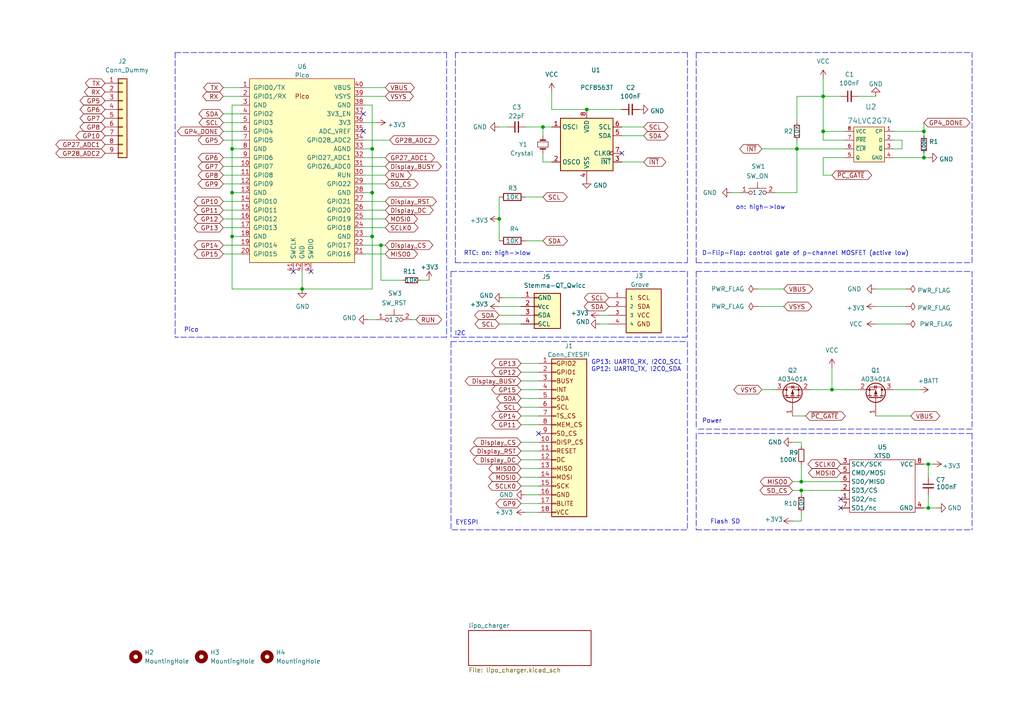
<source format=kicad_sch>
(kicad_sch (version 20230121) (generator eeschema)
  (paper "A4")
  (title_block (title "pico-app-base") (date "2024-06-20") (rev "0.91") (company "Bernhard Bablok") (comment 1 "https://github.com/bablokb/pcb-pico-app-base"))
  (lib_symbols
    (symbol "Connector_Generic:Conn_01x09" (pin_names (offset 1.016) hide)
      (property "Reference" "J" (at 0 12.7 0))
      (property "Value" "Conn_01x09" (at 0 -12.7 0))
      (symbol "Conn_01x09_1_1"
        (pin passive line (at -5.08 10.16 0) (length 3.81) (name "Pin_1") (number "1"))
        (pin passive line (at -5.08 7.62 0) (length 3.81) (name "Pin_2") (number "2"))
        (pin passive line (at -5.08 5.08 0) (length 3.81) (name "Pin_3") (number "3"))
        (pin passive line (at -5.08 2.54 0) (length 3.81) (name "Pin_4") (number "4"))
        (pin passive line (at -5.08 0 0) (length 3.81) (name "Pin_5") (number "5"))
        (pin passive line (at -5.08 -2.54 0) (length 3.81) (name "Pin_6") (number "6"))
        (pin passive line (at -5.08 -5.08 0) (length 3.81) (name "Pin_7") (number "7"))
        (pin passive line (at -5.08 -7.62 0) (length 3.81) (name "Pin_8") (number "8"))
        (pin passive line (at -5.08 -10.16 0) (length 3.81) (name "Pin_9") (number "9"))
      )
    )
    (symbol "Device:C_Small" (pin_numbers hide) (pin_names (offset 0.254) hide)
      (property "Reference" "C" (at 0.254 1.778 0))
      (property "Value" "C_Small" (at 0.254 -2.032 0))
      (symbol "C_Small_1_1"
        (pin passive line (at 0 2.54 270) (length 2.032) (name "~") (number "1"))
        (pin passive line (at 0 -2.54 90) (length 2.032) (name "~") (number "2"))
      )
    )
    (symbol "Device:Crystal_Small" (pin_numbers hide) (pin_names (offset 1.016) hide)
      (property "Reference" "Y" (at 0 2.54 0))
      (property "Value" "Crystal_Small" (at 0 -2.54 0))
      (symbol "Crystal_Small_1_1"
        (pin passive line (at -2.54 0 0) (length 1.27) (name "1") (number "1"))
        (pin passive line (at 2.54 0 180) (length 1.27) (name "2") (number "2"))
      )
    )
    (symbol "Device:R" (pin_numbers hide) (pin_names (offset 0))
      (property "Reference" "R" (at 2.032 0 90))
      (property "Value" "R" (at 0 0 90))
      (symbol "R_1_1"
        (pin passive line (at 0 3.81 270) (length 1.27) (name "~") (number "1"))
        (pin passive line (at 0 -3.81 90) (length 1.27) (name "~") (number "2"))
      )
    )
    (symbol "Device:R_Small" (pin_numbers hide) (pin_names (offset 0.254) hide)
      (property "Reference" "R" (at 0.762 0.508 0))
      (property "Value" "R_Small" (at 0.762 -1.016 0))
      (symbol "R_Small_1_1"
        (pin passive line (at 0 2.54 270) (length 0.762) (name "~") (number "1"))
        (pin passive line (at 0 -2.54 90) (length 0.762) (name "~") (number "2"))
      )
    )
    (symbol "Mechanical:MountingHole" (pin_names (offset 1.016))
      (property "Reference" "H" (at 0 5.08 0))
      (property "Value" "MountingHole" (at 0 3.175 0))
    )
    (symbol "Timer_RTC:PCF8563T"
      (property "Reference" "U" (at -7.62 8.89 0))
      (property "Value" "PCF8563T" (at 2.54 8.89 0))
      (symbol "PCF8563T_1_1"
        (pin input line (at -10.16 5.08 0) (length 2.54) (name "OSCI") (number "1"))
        (pin output line (at -10.16 -5.08 0) (length 2.54) (name "OSCO") (number "2"))
        (pin output line (at 10.16 -5.08 180) (length 2.54) (name "~{INT}") (number "3"))
        (pin power_in line (at 0 -10.16 90) (length 2.54) (name "VSS") (number "4"))
        (pin bidirectional line (at 10.16 2.54 180) (length 2.54) (name "SDA") (number "5"))
        (pin input line (at 10.16 5.08 180) (length 2.54) (name "SCL") (number "6"))
        (pin output clock (at 10.16 -2.54 180) (length 2.54) (name "CLKO") (number "7"))
        (pin power_in line (at 0 10.16 270) (length 2.54) (name "VDD") (number "8"))
      )
    )
    (symbol "Transistor_FET:AO3401A" (pin_names hide)
      (property "Reference" "Q" (at 5.08 1.905 0))
      (property "Value" "AO3401A" (at 5.08 0 0))
      (symbol "AO3401A_1_1"
        (pin input line (at -5.08 0 0) (length 2.54) (name "G") (number "1"))
        (pin passive line (at 2.54 -5.08 90) (length 2.54) (name "S") (number "2"))
        (pin passive line (at 2.54 5.08 270) (length 2.54) (name "D") (number "3"))
      )
    )
    (symbol "power:+3V3" (power) (pin_names (offset 0))
      (property "Value" "+3V3" (at 0 3.556 0))
      (symbol "+3V3_1_1"
        (pin power_in line (at 0 0 90) (length 0) hide (name "+3V3") (number "1"))
      )
    )
    (symbol "power:+BATT" (power) (pin_names (offset 0))
      (property "Value" "+BATT" (at 0 3.556 0))
      (symbol "+BATT_1_1"
        (pin power_in line (at 0 0 90) (length 0) hide (name "+BATT") (number "1"))
      )
    )
    (symbol "power:GND" (power) (pin_names (offset 0))
      (property "Value" "GND" (at 0 -3.81 0))
      (symbol "GND_1_1"
        (pin power_in line (at 0 0 270) (length 0) hide (name "GND") (number "1"))
      )
    )
    (symbol "power:PWR_FLAG" (power) (pin_numbers hide) (pin_names (offset 0) hide)
      (property "Value" "PWR_FLAG" (at 0 3.81 0))
      (symbol "PWR_FLAG_0_0"
        (pin power_out line (at 0 0 90) (length 0) (name "pwr") (number "1"))
      )
    )
    (symbol "power:VCC" (power) (pin_names (offset 0))
      (property "Value" "VCC" (at 0 3.81 0))
      (symbol "VCC_1_1"
        (pin power_in line (at 0 0 90) (length 0) hide (name "VCC") (number "1"))
      )
    )
    (symbol "user:74LVC2G74"
      (property "Reference" "U" (at 1.27 11.43 0))
      (property "Value" "74LVC2G74" (at 1.27 -3.81 0))
      (symbol "74LVC2G74_1_1"
        (pin input line (at -5.08 8.89 0) (length 2.54) (name "CP") (number "1"))
        (pin input line (at -5.08 6.35 0) (length 2.54) (name "D") (number "2"))
        (pin output line (at -5.08 3.81 0) (length 2.54) (name "~{Q}") (number "3"))
        (pin power_in line (at -5.08 1.27 0) (length 2.54) (name "GND") (number "4"))
        (pin output line (at 8.89 1.27 180) (length 2.54) (name "Q") (number "5"))
        (pin input line (at 8.89 3.81 180) (length 2.54) (name "~{CLR}") (number "6"))
        (pin input line (at 8.89 6.35 180) (length 2.54) (name "~{PRE}") (number "7"))
        (pin power_in line (at 8.89 8.89 180) (length 2.54) (name "VCC") (number "8"))
      )
    )
    (symbol "user:Conn_EYESPI" (pin_names (offset 1.016) hide)
      (property "Reference" "J" (at 1.27 24.13 0))
      (property "Value" "Conn_EYESPI" (at 2.54 -25.4 0))
      (symbol "Conn_EYESPI_1_1"
        (text "BLITE" (at 0 -19.05 0) (effects (font (size 1.27 1.27)) (justify left)))
        (text "BUSY" (at 0 16.51 0) (effects (font (size 1.27 1.27)) (justify left)))
        (text "DC" (at 0 -6.35 0) (effects (font (size 1.27 1.27)) (justify left)))
        (text "DISP_CS" (at 0 -1.27 0) (effects (font (size 1.27 1.27)) (justify left)))
        (text "GND" (at 0 -16.51 0) (effects (font (size 1.27 1.27)) (justify left)))
        (text "GPIO1" (at 0 19.05 0) (effects (font (size 1.27 1.27)) (justify left)))
        (text "GPIO2" (at 0 21.59 0) (effects (font (size 1.27 1.27)) (justify left)))
        (text "INT" (at 0 13.97 0) (effects (font (size 1.27 1.27)) (justify left)))
        (text "MEM_CS" (at 0 3.81 0) (effects (font (size 1.27 1.27)) (justify left)))
        (text "MISO" (at 0 -8.89 0) (effects (font (size 1.27 1.27)) (justify left)))
        (text "MOSI" (at 0 -11.43 0) (effects (font (size 1.27 1.27)) (justify left)))
        (text "RESET" (at 0 -3.81 0) (effects (font (size 1.27 1.27)) (justify left)))
        (text "SCK" (at 0 -13.97 0) (effects (font (size 1.27 1.27)) (justify left)))
        (text "SCL" (at 0 8.89 0) (effects (font (size 1.27 1.27)) (justify left)))
        (text "SD_CS" (at 0 1.27 0) (effects (font (size 1.27 1.27)) (justify left)))
        (text "SDA" (at 0 11.43 0) (effects (font (size 1.27 1.27)) (justify left)))
        (text "TS_CS" (at 0 6.35 0) (effects (font (size 1.27 1.27)) (justify left)))
        (text "VCC" (at 0 -21.59 0) (effects (font (size 1.27 1.27)) (justify left)))
        (pin passive line (at -5.08 21.59 0) (length 3.81) (name "Pin_1") (number "1"))
        (pin passive line (at -5.08 -1.27 0) (length 3.81) (name "Pin_10") (number "10"))
        (pin passive line (at -5.08 -3.81 0) (length 3.81) (name "Pin_11") (number "11"))
        (pin passive line (at -5.08 -6.35 0) (length 3.81) (name "Pin_12") (number "12"))
        (pin passive line (at -5.08 -8.89 0) (length 3.81) (name "Pin_13") (number "13"))
        (pin passive line (at -5.08 -11.43 0) (length 3.81) (name "Pin_14") (number "14"))
        (pin passive line (at -5.08 -13.97 0) (length 3.81) (name "Pin_15") (number "15"))
        (pin passive line (at -5.08 -16.51 0) (length 3.81) (name "Pin_16") (number "16"))
        (pin passive line (at -5.08 -19.05 0) (length 3.81) (name "Pin_17") (number "17"))
        (pin passive line (at -5.08 -21.59 0) (length 3.81) (name "Pin_18") (number "18"))
        (pin passive line (at -5.08 19.05 0) (length 3.81) (name "Pin_2") (number "2"))
        (pin passive line (at -5.08 16.51 0) (length 3.81) (name "Pin_3") (number "3"))
        (pin passive line (at -5.08 13.97 0) (length 3.81) (name "Pin_4") (number "4"))
        (pin passive line (at -5.08 11.43 0) (length 3.81) (name "Pin_5") (number "5"))
        (pin passive line (at -5.08 8.89 0) (length 3.81) (name "Pin_6") (number "6"))
        (pin passive line (at -5.08 6.35 0) (length 3.81) (name "Pin_7") (number "7"))
        (pin passive line (at -5.08 3.81 0) (length 3.81) (name "Pin_8") (number "8"))
        (pin passive line (at -5.08 1.27 0) (length 3.81) (name "Pin_9") (number "9"))
      )
    )
    (symbol "user:Grove" (pin_names (offset 1.016))
      (property "Reference" "J" (at -5.08 5.842 0))
      (property "Value" "Grove" (at 3.81 -3.81 90))
      (symbol "Grove_0_0"
        (text "GND" (at 0 -5.08 0) (effects (font (size 1.27 1.27))))
        (text "SCL" (at 0 2.54 0) (effects (font (size 1.27 1.27))))
        (text "SDA" (at 0 0 0) (effects (font (size 1.27 1.27))))
        (text "VCC" (at 0 -2.54 0) (effects (font (size 1.27 1.27))))
        (pin passive line (at -10.16 2.54 0) (length 5.08) (name "1") (number "1"))
        (pin passive line (at -10.16 0 0) (length 5.08) (name "2") (number "2"))
        (pin passive line (at -10.16 -2.54 0) (length 5.08) (name "3") (number "3"))
        (pin passive line (at -10.16 -5.08 0) (length 5.08) (name "4") (number "4"))
      )
    )
    (symbol "user:Pico" (pin_names (offset 1.016))
      (property "Reference" "U" (at -13.97 27.94 0))
      (property "Value" "Pico" (at 0 19.05 0))
      (symbol "Pico_0_0"
        (text "Pico" (at 0 21.59 0) (effects (font (size 1.27 1.27))))
      )
      (symbol "Pico_1_1"
        (pin bidirectional line (at -17.78 24.13 0) (length 2.54) (name "GPIO0/TX") (number "1"))
        (pin bidirectional line (at -17.78 1.27 0) (length 2.54) (name "GPIO7") (number "10"))
        (pin bidirectional line (at -17.78 -1.27 0) (length 2.54) (name "GPIO8") (number "11"))
        (pin bidirectional line (at -17.78 -3.81 0) (length 2.54) (name "GPIO9") (number "12"))
        (pin power_in line (at -17.78 -6.35 0) (length 2.54) (name "GND") (number "13"))
        (pin bidirectional line (at -17.78 -8.89 0) (length 2.54) (name "GPIO10") (number "14"))
        (pin bidirectional line (at -17.78 -11.43 0) (length 2.54) (name "GPIO11") (number "15"))
        (pin bidirectional line (at -17.78 -13.97 0) (length 2.54) (name "GPIO12") (number "16"))
        (pin bidirectional line (at -17.78 -16.51 0) (length 2.54) (name "GPIO13") (number "17"))
        (pin power_in line (at -17.78 -19.05 0) (length 2.54) (name "GND") (number "18"))
        (pin bidirectional line (at -17.78 -21.59 0) (length 2.54) (name "GPIO14") (number "19"))
        (pin bidirectional line (at -17.78 21.59 0) (length 2.54) (name "GPIO1/RX") (number "2"))
        (pin bidirectional line (at -17.78 -24.13 0) (length 2.54) (name "GPIO15") (number "20"))
        (pin bidirectional line (at 17.78 -24.13 180) (length 2.54) (name "GPIO16") (number "21"))
        (pin bidirectional line (at 17.78 -21.59 180) (length 2.54) (name "GPIO17") (number "22"))
        (pin power_in line (at 17.78 -19.05 180) (length 2.54) (name "GND") (number "23"))
        (pin bidirectional line (at 17.78 -16.51 180) (length 2.54) (name "GPIO18") (number "24"))
        (pin bidirectional line (at 17.78 -13.97 180) (length 2.54) (name "GPIO19") (number "25"))
        (pin bidirectional line (at 17.78 -11.43 180) (length 2.54) (name "GPIO20") (number "26"))
        (pin bidirectional line (at 17.78 -8.89 180) (length 2.54) (name "GPIO21") (number "27"))
        (pin power_in line (at 17.78 -6.35 180) (length 2.54) (name "GND") (number "28"))
        (pin bidirectional line (at 17.78 -3.81 180) (length 2.54) (name "GPIO22") (number "29"))
        (pin power_in line (at -17.78 19.05 0) (length 2.54) (name "GND") (number "3"))
        (pin input line (at 17.78 -1.27 180) (length 2.54) (name "RUN") (number "30"))
        (pin bidirectional line (at 17.78 1.27 180) (length 2.54) (name "GPIO26_ADC0") (number "31"))
        (pin bidirectional line (at 17.78 3.81 180) (length 2.54) (name "GPIO27_ADC1") (number "32"))
        (pin power_in line (at 17.78 6.35 180) (length 2.54) (name "AGND") (number "33"))
        (pin bidirectional line (at 17.78 8.89 180) (length 2.54) (name "GPIO28_ADC2") (number "34"))
        (pin power_in line (at 17.78 11.43 180) (length 2.54) (name "ADC_VREF") (number "35"))
        (pin power_in line (at 17.78 13.97 180) (length 2.54) (name "3V3") (number "36"))
        (pin power_in line (at 17.78 16.51 180) (length 2.54) (name "3V3_EN") (number "37"))
        (pin power_in line (at 17.78 19.05 180) (length 2.54) (name "GND") (number "38"))
        (pin power_in line (at 17.78 21.59 180) (length 2.54) (name "VSYS") (number "39"))
        (pin bidirectional line (at -17.78 16.51 0) (length 2.54) (name "GPIO2") (number "4"))
        (pin power_in line (at 17.78 24.13 180) (length 2.54) (name "VBUS") (number "40"))
        (pin input line (at -2.54 -29.21 90) (length 2.54) (name "SWCLK") (number "41"))
        (pin power_in line (at 0 -29.21 90) (length 2.54) (name "GND") (number "42"))
        (pin bidirectional line (at 2.54 -29.21 90) (length 2.54) (name "SWDIO") (number "43"))
        (pin bidirectional line (at -17.78 13.97 0) (length 2.54) (name "GPIO3") (number "5"))
        (pin bidirectional line (at -17.78 11.43 0) (length 2.54) (name "GPIO4") (number "6"))
        (pin bidirectional line (at -17.78 8.89 0) (length 2.54) (name "GPIO5") (number "7"))
        (pin power_in line (at -17.78 6.35 0) (length 2.54) (name "GND") (number "8"))
        (pin bidirectional line (at -17.78 3.81 0) (length 2.54) (name "GPIO6") (number "9"))
      )
    )
    (symbol "user:SW_Push_Vertical" (pin_names (offset 1.016))
      (property "Reference" "SW" (at 1.27 2.54 0))
      (property "Value" "SW_Push_Vertical" (at 0 -2.54 0))
      (symbol "SW_Push_Vertical_0_1"
        (pin passive line (at -5.08 0 0) (length 2.54) (name "1") (number "1"))
        (pin passive line (at 5.08 0 180) (length 2.54) (name "2") (number "2"))
      )
    )
    (symbol "user:Stemma-QT_Qwicc" (pin_names (offset 1.016))
      (property "Reference" "J" (at 2.54 8.89 0))
      (property "Value" "Stemma-QT_Qwicc" (at 2.54 6.35 0))
      (symbol "Stemma-QT_Qwicc_1_1"
        (pin power_in line (at -5.08 2.54 0) (length 3.81) (name "GND") (number "1"))
        (pin power_in line (at -5.08 0 0) (length 3.81) (name "Vcc") (number "2"))
        (pin bidirectional line (at -5.08 -2.54 0) (length 3.81) (name "SDA") (number "3"))
        (pin bidirectional line (at -5.08 -5.08 0) (length 3.81) (name "SCL") (number "4"))
      )
    )
    (symbol "user:XTSD"
      (property "Reference" "U" (at 0 7.62 0))
      (property "Value" "XTSD" (at -6.35 -10.16 0))
      (symbol "XTSD_0_0"
        (pin output line (at -11.43 -5.08 0) (length 2.54) (name "SD2/nc") (number "1"))
        (pin input line (at -11.43 -2.54 0) (length 2.54) (name "SD3/CS") (number "2"))
        (pin input line (at -11.43 5.08 0) (length 2.54) (name "SCK/SCK") (number "3"))
        (pin power_in line (at 12.7 -7.62 180) (length 2.54) (name "GND") (number "4"))
        (pin input line (at -11.43 2.54 0) (length 2.54) (name "CMD/MOSI") (number "5"))
        (pin output line (at -11.43 0 0) (length 2.54) (name "SD0/MISO") (number "6"))
        (pin output line (at -11.43 -7.62 0) (length 2.54) (name "SD1/nc") (number "7"))
        (pin power_in line (at 12.7 5.08 180) (length 2.54) (name "VCC") (number "8"))
      )
    )
  )
  (junction (at 107.95 68.58))
  (junction (at 67.31 68.58))
  (junction (at 238.76 27.94))
  (junction (at 144.78 63.5))
  (junction (at 157.48 36.83))
  (junction (at 87.63 83.82))
  (junction (at 238.76 38.1))
  (junction (at 269.24 147.32))
  (junction (at 241.3 113.03))
  (junction (at 232.41 139.7))
  (junction (at 107.95 55.88))
  (junction (at 110.49 71.12))
  (junction (at 231.14 43.18))
  (junction (at 232.41 142.24))
  (junction (at 269.24 134.62))
  (junction (at 170.18 31.75))
  (junction (at 107.95 43.18))
  (junction (at 267.97 45.72))
  (junction (at 267.97 38.1))
  (junction (at 67.31 55.88))
  (junction (at 67.31 43.18))
  (no_connect (at 90.17 78.74))
  (no_connect (at 243.84 147.32))
  (no_connect (at 85.09 78.74))
  (no_connect (at 105.41 38.1))
  (no_connect (at 156.21 125.73))
  (no_connect (at 243.84 144.78))
  (no_connect (at 180.34 44.45))
  (no_connect (at 105.41 33.02))
  (wire (pts (xy 186.69 36.83) (xy 180.34 36.83)))
  (wire (pts (xy 152.4 148.59) (xy 156.21 148.59)))
  (wire (pts (xy 111.76 63.5) (xy 105.41 63.5)))
  (wire (pts (xy 107.95 43.18) (xy 107.95 55.88)))
  (wire (pts (xy 67.31 43.18) (xy 67.31 55.88)))
  (wire (pts (xy 64.77 66.04) (xy 69.85 66.04)))
  (polyline (pts (xy 199.39 76.2) (xy 199.39 15.24)) (stroke (width 0) (type dash)))
  (wire (pts (xy 219.71 83.82) (xy 227.33 83.82)))
  (wire (pts (xy 64.77 60.96) (xy 69.85 60.96)))
  (wire (pts (xy 105.41 55.88) (xy 107.95 55.88)))
  (wire (pts (xy 160.02 36.83) (xy 157.48 36.83)))
  (wire (pts (xy 267.97 39.37) (xy 267.97 38.1)))
  (wire (pts (xy 67.31 68.58) (xy 69.85 68.58)))
  (polyline (pts (xy 199.39 15.24) (xy 132.08 15.24)) (stroke (width 0) (type dash)))
  (wire (pts (xy 120.65 92.71) (xy 119.38 92.71)))
  (wire (pts (xy 151.13 130.81) (xy 156.21 130.81)))
  (polyline (pts (xy 281.94 125.73) (xy 281.94 153.67)) (stroke (width 0) (type dash)))
  (wire (pts (xy 220.98 43.18) (xy 231.14 43.18)))
  (wire (pts (xy 262.89 93.98) (xy 254 93.98)))
  (wire (pts (xy 151.13 110.49) (xy 156.21 110.49)))
  (wire (pts (xy 267.97 45.72) (xy 269.24 45.72)))
  (wire (pts (xy 64.77 73.66) (xy 69.85 73.66)))
  (wire (pts (xy 238.76 50.8) (xy 241.3 50.8)))
  (polyline (pts (xy 281.94 125.73) (xy 201.93 125.73)) (stroke (width 0) (type dash)))
  (wire (pts (xy 173.99 91.44) (xy 176.53 91.44)))
  (polyline (pts (xy 132.08 76.2) (xy 199.39 76.2)) (stroke (width 0) (type dash)))
  (wire (pts (xy 157.48 44.45) (xy 157.48 46.99)))
  (wire (pts (xy 186.69 46.99) (xy 180.34 46.99)))
  (polyline (pts (xy 199.39 97.79) (xy 130.81 97.79)) (stroke (width 0) (type dash)))
  (wire (pts (xy 64.77 40.64) (xy 69.85 40.64)))
  (wire (pts (xy 261.62 43.18) (xy 261.62 40.64)))
  (polyline (pts (xy 201.93 15.24) (xy 201.93 76.2)) (stroke (width 0) (type dash)))
  (wire (pts (xy 111.76 50.8) (xy 105.41 50.8)))
  (wire (pts (xy 105.41 27.94) (xy 111.76 27.94)))
  (wire (pts (xy 238.76 45.72) (xy 238.76 50.8)))
  (wire (pts (xy 144.78 91.44) (xy 151.13 91.44)))
  (polyline (pts (xy 199.39 78.74) (xy 199.39 97.79)) (stroke (width 0) (type dash)))
  (wire (pts (xy 160.02 26.67) (xy 160.02 31.75)))
  (wire (pts (xy 170.18 31.75) (xy 180.34 31.75)))
  (wire (pts (xy 111.76 66.04) (xy 105.41 66.04)))
  (wire (pts (xy 64.77 63.5) (xy 69.85 63.5)))
  (wire (pts (xy 151.13 128.27) (xy 156.21 128.27)))
  (wire (pts (xy 267.97 35.56) (xy 267.97 38.1)))
  (wire (pts (xy 106.68 92.71) (xy 109.22 92.71)))
  (wire (pts (xy 151.13 107.95) (xy 156.21 107.95)))
  (wire (pts (xy 111.76 25.4) (xy 105.41 25.4)))
  (wire (pts (xy 111.76 73.66) (xy 105.41 73.66)))
  (wire (pts (xy 151.13 113.03) (xy 156.21 113.03)))
  (wire (pts (xy 116.84 81.28) (xy 110.49 81.28)))
  (wire (pts (xy 231.14 55.88) (xy 231.14 43.18)))
  (polyline (pts (xy 129.54 97.79) (xy 50.8 97.79)) (stroke (width 0) (type dash)))
  (wire (pts (xy 238.76 27.94) (xy 238.76 38.1)))
  (wire (pts (xy 245.11 45.72) (xy 238.76 45.72)))
  (wire (pts (xy 64.77 27.94) (xy 69.85 27.94)))
  (wire (pts (xy 259.08 38.1) (xy 267.97 38.1)))
  (wire (pts (xy 152.4 143.51) (xy 156.21 143.51)))
  (wire (pts (xy 124.46 81.28) (xy 121.92 81.28)))
  (wire (pts (xy 111.76 71.12) (xy 110.49 71.12)))
  (wire (pts (xy 232.41 139.7) (xy 243.84 139.7)))
  (wire (pts (xy 107.95 30.48) (xy 107.95 43.18)))
  (polyline (pts (xy 129.54 15.24) (xy 129.54 97.79)) (stroke (width 0) (type dash)))
  (wire (pts (xy 151.13 133.35) (xy 156.21 133.35)))
  (wire (pts (xy 254 120.65) (xy 264.16 120.65)))
  (wire (pts (xy 271.78 147.32) (xy 269.24 147.32)))
  (wire (pts (xy 232.41 142.24) (xy 232.41 143.51)))
  (wire (pts (xy 259.08 113.03) (xy 266.7 113.03)))
  (wire (pts (xy 173.99 93.98) (xy 176.53 93.98)))
  (wire (pts (xy 64.77 25.4) (xy 69.85 25.4)))
  (polyline (pts (xy 201.93 78.74) (xy 281.94 78.74)) (stroke (width 0) (type dash)))
  (wire (pts (xy 152.4 36.83) (xy 157.48 36.83)))
  (wire (pts (xy 232.41 142.24) (xy 243.84 142.24)))
  (wire (pts (xy 105.41 43.18) (xy 107.95 43.18)))
  (wire (pts (xy 220.98 113.03) (xy 224.79 113.03)))
  (polyline (pts (xy 201.93 78.74) (xy 201.93 124.46)) (stroke (width 0) (type dash)))
  (wire (pts (xy 238.76 22.86) (xy 238.76 27.94)))
  (polyline (pts (xy 50.8 15.24) (xy 50.8 97.79)) (stroke (width 0) (type dash)))
  (wire (pts (xy 241.3 113.03) (xy 248.92 113.03)))
  (wire (pts (xy 229.87 139.7) (xy 232.41 139.7)))
  (wire (pts (xy 248.92 27.94) (xy 254 27.94)))
  (polyline (pts (xy 130.81 78.74) (xy 130.81 97.79)) (stroke (width 0) (type dash)))
  (wire (pts (xy 64.77 48.26) (xy 69.85 48.26)))
  (wire (pts (xy 157.48 36.83) (xy 157.48 39.37)))
  (wire (pts (xy 64.77 71.12) (xy 69.85 71.12)))
  (wire (pts (xy 151.13 138.43) (xy 156.21 138.43)))
  (wire (pts (xy 269.24 134.62) (xy 269.24 138.43)))
  (wire (pts (xy 144.78 36.83) (xy 147.32 36.83)))
  (wire (pts (xy 110.49 81.28) (xy 110.49 71.12)))
  (polyline (pts (xy 281.94 76.2) (xy 281.94 15.24)) (stroke (width 0) (type dash)))
  (wire (pts (xy 151.13 115.57) (xy 156.21 115.57)))
  (wire (pts (xy 144.78 63.5) (xy 144.78 69.85)))
  (wire (pts (xy 151.13 105.41) (xy 156.21 105.41)))
  (wire (pts (xy 232.41 128.27) (xy 232.41 129.54)))
  (wire (pts (xy 64.77 53.34) (xy 69.85 53.34)))
  (wire (pts (xy 113.03 40.64) (xy 105.41 40.64)))
  (wire (pts (xy 67.31 55.88) (xy 67.31 68.58)))
  (wire (pts (xy 144.78 93.98) (xy 151.13 93.98)))
  (wire (pts (xy 212.09 55.88) (xy 214.63 55.88)))
  (wire (pts (xy 259.08 45.72) (xy 267.97 45.72)))
  (wire (pts (xy 107.95 68.58) (xy 107.95 83.82)))
  (polyline (pts (xy 132.08 15.24) (xy 132.08 76.2)) (stroke (width 0) (type dash)))
  (wire (pts (xy 229.87 142.24) (xy 232.41 142.24)))
  (wire (pts (xy 107.95 55.88) (xy 107.95 68.58)))
  (wire (pts (xy 64.77 45.72) (xy 69.85 45.72)))
  (wire (pts (xy 111.76 60.96) (xy 105.41 60.96)))
  (wire (pts (xy 232.41 148.59) (xy 232.41 151.13)))
  (wire (pts (xy 238.76 38.1) (xy 238.76 40.64)))
  (wire (pts (xy 261.62 40.64) (xy 259.08 40.64)))
  (wire (pts (xy 224.79 55.88) (xy 231.14 55.88)))
  (wire (pts (xy 262.89 88.9) (xy 254 88.9)))
  (wire (pts (xy 269.24 147.32) (xy 267.97 147.32)))
  (polyline (pts (xy 50.8 15.24) (xy 129.54 15.24)) (stroke (width 0) (type dash)))
  (wire (pts (xy 111.76 58.42) (xy 105.41 58.42)))
  (wire (pts (xy 232.41 151.13) (xy 229.87 151.13)))
  (wire (pts (xy 231.14 40.64) (xy 231.14 43.18)))
  (wire (pts (xy 105.41 30.48) (xy 107.95 30.48)))
  (wire (pts (xy 238.76 27.94) (xy 243.84 27.94)))
  (polyline (pts (xy 130.81 78.74) (xy 199.39 78.74)) (stroke (width 0) (type dash)))
  (wire (pts (xy 241.3 106.68) (xy 241.3 113.03)))
  (wire (pts (xy 234.95 113.03) (xy 241.3 113.03)))
  (wire (pts (xy 269.24 143.51) (xy 269.24 147.32)))
  (wire (pts (xy 69.85 30.48) (xy 67.31 30.48)))
  (wire (pts (xy 151.13 140.97) (xy 156.21 140.97)))
  (wire (pts (xy 157.48 57.15) (xy 152.4 57.15)))
  (wire (pts (xy 64.77 35.56) (xy 69.85 35.56)))
  (wire (pts (xy 231.14 43.18) (xy 245.11 43.18)))
  (wire (pts (xy 146.05 86.36) (xy 151.13 86.36)))
  (wire (pts (xy 144.78 88.9) (xy 151.13 88.9)))
  (wire (pts (xy 151.13 135.89) (xy 156.21 135.89)))
  (wire (pts (xy 231.14 27.94) (xy 238.76 27.94)))
  (polyline (pts (xy 281.94 78.74) (xy 281.94 124.46)) (stroke (width 0) (type dash)))
  (wire (pts (xy 67.31 55.88) (xy 69.85 55.88)))
  (wire (pts (xy 64.77 50.8) (xy 69.85 50.8)))
  (wire (pts (xy 259.08 43.18) (xy 261.62 43.18)))
  (wire (pts (xy 64.77 58.42) (xy 69.85 58.42)))
  (wire (pts (xy 151.13 120.65) (xy 156.21 120.65)))
  (wire (pts (xy 109.22 35.56) (xy 105.41 35.56)))
  (wire (pts (xy 111.76 53.34) (xy 105.41 53.34)))
  (wire (pts (xy 269.24 134.62) (xy 267.97 134.62)))
  (wire (pts (xy 227.33 88.9) (xy 219.71 88.9)))
  (wire (pts (xy 105.41 68.58) (xy 107.95 68.58)))
  (wire (pts (xy 270.51 134.62) (xy 269.24 134.62)))
  (wire (pts (xy 144.78 57.15) (xy 144.78 63.5)))
  (wire (pts (xy 262.89 83.82) (xy 254 83.82)))
  (wire (pts (xy 67.31 30.48) (xy 67.31 43.18)))
  (wire (pts (xy 160.02 31.75) (xy 170.18 31.75)))
  (wire (pts (xy 87.63 78.74) (xy 87.63 83.82)))
  (wire (pts (xy 111.76 48.26) (xy 105.41 48.26)))
  (wire (pts (xy 186.69 39.37) (xy 180.34 39.37)))
  (wire (pts (xy 64.77 33.02) (xy 69.85 33.02)))
  (wire (pts (xy 267.97 44.45) (xy 267.97 45.72)))
  (wire (pts (xy 233.68 120.65) (xy 229.87 120.65)))
  (wire (pts (xy 157.48 46.99) (xy 160.02 46.99)))
  (wire (pts (xy 151.13 146.05) (xy 156.21 146.05)))
  (wire (pts (xy 231.14 35.56) (xy 231.14 27.94)))
  (polyline (pts (xy 201.93 125.73) (xy 201.93 153.67)) (stroke (width 0) (type dash)))
  (wire (pts (xy 107.95 83.82) (xy 87.63 83.82)))
  (polyline (pts (xy 201.93 153.67) (xy 281.94 153.67)) (stroke (width 0) (type dash)))
  (wire (pts (xy 110.49 71.12) (xy 105.41 71.12)))
  (wire (pts (xy 238.76 40.64) (xy 245.11 40.64)))
  (wire (pts (xy 157.48 69.85) (xy 152.4 69.85)))
  (wire (pts (xy 232.41 128.27) (xy 229.87 128.27)))
  (wire (pts (xy 64.77 38.1) (xy 69.85 38.1)))
  (wire (pts (xy 151.13 123.19) (xy 156.21 123.19)))
  (wire (pts (xy 67.31 83.82) (xy 87.63 83.82)))
  (wire (pts (xy 67.31 68.58) (xy 67.31 83.82)))
  (polyline (pts (xy 201.93 76.2) (xy 281.94 76.2)) (stroke (width 0) (type dash)))
  (polyline (pts (xy 201.93 15.24) (xy 281.94 15.24)) (stroke (width 0) (type dash)))
  (wire (pts (xy 151.13 118.11) (xy 156.21 118.11)))
  (wire (pts (xy 111.76 45.72) (xy 105.41 45.72)))
  (wire (pts (xy 232.41 134.62) (xy 232.41 139.7)))
  (polyline (pts (xy 281.94 124.46) (xy 201.93 124.46)) (stroke (width 0) (type dash)))
  (wire (pts (xy 67.31 43.18) (xy 69.85 43.18)))
  (wire (pts (xy 238.76 38.1) (xy 245.11 38.1)))
  (rectangle (start 130.81 99.06) (end 199.39 153.67) (stroke (width 0) (type dash)))
  (text "EYESPI" (at 132.08 152.4 0) (effects (font (size 1.27 1.27)) (justify left bottom)))
  (text "Power" (at 203.581 122.936 0) (effects (font (size 1.27 1.27)) (justify left bottom)))
  (text "Flash SD" (at 205.994 152.146 0) (effects (font (size 1.27 1.27)) (justify left bottom)))
  (text "D-Flip-Flop: control gate of p-channel MOSFET (active low)" (at 203.581 74.295 0) (effects (font (size 1.27 1.27)) (justify left bottom)))
  (text "Pico" (at 53.34 96.52 0) (effects (font (size 1.27 1.27)) (justify left bottom)))
  (text "RTC: on: high->low" (at 134.493 74.295 0) (effects (font (size 1.27 1.27)) (justify left bottom)))
  (text "I2C" (at 131.826 97.536 0) (effects (font (size 1.27 1.27)) (justify left bottom)))
  (text "on: high->low" (at 213.36 60.96 0) (effects (font (size 1.27 1.27)) (justify left bottom)))
  (text "GP13: UART0_RX, I2C0_SCL\nGP12: UART0_TX, I2C0_SDA" (at 171.45 107.95 0) (effects (font (size 1.27 1.27)) (justify left bottom)))
  (global_label "Display_CS" (shape bidirectional) (at 111.76 71.12 0) (property "Intersheetrefs" "${INTERSHEET_REFS}" (effects hide)))
  (global_label "GP14" (shape bidirectional) (at 151.13 120.65 180) (property "Intersheetrefs" "${INTERSHEET_REFS}" (effects hide)))
  (global_label "SDA" (shape bidirectional) (at 151.13 115.57 180) (property "Intersheetrefs" "${INTERSHEET_REFS}" (effects hide)))
  (global_label "SCLK0" (shape bidirectional) (at 111.76 66.04 0) (property "Intersheetrefs" "${INTERSHEET_REFS}" (effects hide)))
  (global_label "GP13" (shape bidirectional) (at 151.13 105.41 180) (property "Intersheetrefs" "${INTERSHEET_REFS}" (effects hide)))
  (global_label "SD_CS" (shape bidirectional) (at 229.87 142.24 180) (property "Intersheetrefs" "${INTERSHEET_REFS}" (effects hide)))
  (global_label "VBUS" (shape bidirectional) (at 227.33 83.82 0) (property "Intersheetrefs" "${INTERSHEET_REFS}" (effects hide)))
  (global_label "GP28_ADC2" (shape bidirectional) (at 30.48 44.45 180) (property "Intersheetrefs" "${INTERSHEET_REFS}" (effects hide)))
  (global_label "GP12" (shape bidirectional) (at 151.13 107.95 180) (property "Intersheetrefs" "${INTERSHEET_REFS}" (effects hide)))
  (global_label "GP11" (shape bidirectional) (at 64.77 60.96 180) (property "Intersheetrefs" "${INTERSHEET_REFS}" (effects hide)))
  (global_label "MOSI0" (shape bidirectional) (at 243.84 137.16 180) (property "Intersheetrefs" "${INTERSHEET_REFS}" (effects hide)))
  (global_label "SCL" (shape bidirectional) (at 144.78 93.98 180) (property "Intersheetrefs" "${INTERSHEET_REFS}" (effects hide)))
  (global_label "Display_DC" (shape bidirectional) (at 111.76 60.96 0) (property "Intersheetrefs" "${INTERSHEET_REFS}" (effects hide)))
  (global_label "GP27_ADC1" (shape bidirectional) (at 30.48 41.91 180) (property "Intersheetrefs" "${INTERSHEET_REFS}" (effects hide)))
  (global_label "MISO0" (shape bidirectional) (at 111.76 73.66 0) (property "Intersheetrefs" "${INTERSHEET_REFS}" (effects hide)))
  (global_label "GP10" (shape bidirectional) (at 30.48 39.37 180) (property "Intersheetrefs" "${INTERSHEET_REFS}" (effects hide)))
  (global_label "GP27_ADC1" (shape bidirectional) (at 111.76 45.72 0) (property "Intersheetrefs" "${INTERSHEET_REFS}" (effects hide)))
  (global_label "GP11" (shape bidirectional) (at 151.13 123.19 180) (property "Intersheetrefs" "${INTERSHEET_REFS}" (effects hide)))
  (global_label "~{PC_GATE}" (shape bidirectional) (at 233.68 120.65 0) (property "Intersheetrefs" "${INTERSHEET_REFS}" (effects hide)))
  (global_label "SCLK0" (shape bidirectional) (at 243.84 134.62 180) (property "Intersheetrefs" "${INTERSHEET_REFS}" (effects hide)))
  (global_label "GP7" (shape bidirectional) (at 64.77 48.26 180) (property "Intersheetrefs" "${INTERSHEET_REFS}" (effects hide)))
  (global_label "VSYS" (shape bidirectional) (at 111.76 27.94 0) (property "Intersheetrefs" "${INTERSHEET_REFS}" (effects hide)))
  (global_label "GP8" (shape bidirectional) (at 64.77 50.8 180) (property "Intersheetrefs" "${INTERSHEET_REFS}" (effects hide)))
  (global_label "VSYS" (shape bidirectional) (at 220.98 113.03 180) (property "Intersheetrefs" "${INTERSHEET_REFS}" (effects hide)))
  (global_label "SDA" (shape bidirectional) (at 64.77 33.02 180) (property "Intersheetrefs" "${INTERSHEET_REFS}" (effects hide)))
  (global_label "SCLK0" (shape bidirectional) (at 151.13 140.97 180) (property "Intersheetrefs" "${INTERSHEET_REFS}" (effects hide)))
  (global_label "GP8" (shape bidirectional) (at 30.48 36.83 180) (property "Intersheetrefs" "${INTERSHEET_REFS}" (effects hide)))
  (global_label "GP9" (shape bidirectional) (at 151.13 146.05 180) (property "Intersheetrefs" "${INTERSHEET_REFS}" (effects hide)))
  (global_label "Display_RST" (shape bidirectional) (at 151.13 130.81 180) (property "Intersheetrefs" "${INTERSHEET_REFS}" (effects hide)))
  (global_label "SCL" (shape bidirectional) (at 151.13 118.11 180) (property "Intersheetrefs" "${INTERSHEET_REFS}" (effects hide)))
  (global_label "RUN" (shape bidirectional) (at 111.76 50.8 0) (property "Intersheetrefs" "${INTERSHEET_REFS}" (effects hide)))
  (global_label "SDA" (shape bidirectional) (at 176.53 88.9 180) (property "Intersheetrefs" "${INTERSHEET_REFS}" (effects hide)))
  (global_label "~{INT}" (shape bidirectional) (at 220.98 43.18 180) (property "Intersheetrefs" "${INTERSHEET_REFS}" (effects hide)))
  (global_label "VBUS" (shape bidirectional) (at 111.76 25.4 0) (property "Intersheetrefs" "${INTERSHEET_REFS}" (effects hide)))
  (global_label "SDA" (shape bidirectional) (at 157.48 69.85 0) (property "Intersheetrefs" "${INTERSHEET_REFS}" (effects hide)))
  (global_label "RUN" (shape bidirectional) (at 120.65 92.71 0) (property "Intersheetrefs" "${INTERSHEET_REFS}" (effects hide)))
  (global_label "MISO0" (shape bidirectional) (at 229.87 139.7 180) (property "Intersheetrefs" "${INTERSHEET_REFS}" (effects hide)))
  (global_label "TX" (shape bidirectional) (at 64.77 25.4 180) (property "Intersheetrefs" "${INTERSHEET_REFS}" (effects hide)))
  (global_label "GP10" (shape bidirectional) (at 64.77 58.42 180) (property "Intersheetrefs" "${INTERSHEET_REFS}" (effects hide)))
  (global_label "GP15" (shape bidirectional) (at 151.13 113.03 180) (property "Intersheetrefs" "${INTERSHEET_REFS}" (effects hide)))
  (global_label "GP13" (shape bidirectional) (at 64.77 66.04 180) (property "Intersheetrefs" "${INTERSHEET_REFS}" (effects hide)))
  (global_label "GP4_DONE" (shape bidirectional) (at 64.77 38.1 180) (property "Intersheetrefs" "${INTERSHEET_REFS}" (effects hide)))
  (global_label "SCL" (shape bidirectional) (at 186.69 36.83 0) (property "Intersheetrefs" "${INTERSHEET_REFS}" (effects hide)))
  (global_label "GP5" (shape bidirectional) (at 30.48 29.21 180) (property "Intersheetrefs" "${INTERSHEET_REFS}" (effects hide)))
  (global_label "GP4_DONE" (shape bidirectional) (at 267.97 35.56 0) (property "Intersheetrefs" "${INTERSHEET_REFS}" (effects hide)))
  (global_label "SCL" (shape bidirectional) (at 157.48 57.15 0) (property "Intersheetrefs" "${INTERSHEET_REFS}" (effects hide)))
  (global_label "Display_CS" (shape bidirectional) (at 151.13 128.27 180) (property "Intersheetrefs" "${INTERSHEET_REFS}" (effects hide)))
  (global_label "~{INT}" (shape bidirectional) (at 186.69 46.99 0) (property "Intersheetrefs" "${INTERSHEET_REFS}" (effects hide)))
  (global_label "GP5" (shape bidirectional) (at 64.77 40.64 180) (property "Intersheetrefs" "${INTERSHEET_REFS}" (effects hide)))
  (global_label "Display_BUSY" (shape bidirectional) (at 151.13 110.49 180) (property "Intersheetrefs" "${INTERSHEET_REFS}" (effects hide)))
  (global_label "GP12" (shape bidirectional) (at 64.77 63.5 180) (property "Intersheetrefs" "${INTERSHEET_REFS}" (effects hide)))
  (global_label "GP6" (shape bidirectional) (at 30.48 31.75 180) (property "Intersheetrefs" "${INTERSHEET_REFS}" (effects hide)))
  (global_label "MISO0" (shape bidirectional) (at 151.13 135.89 180) (property "Intersheetrefs" "${INTERSHEET_REFS}" (effects hide)))
  (global_label "SD_CS" (shape bidirectional) (at 111.76 53.34 0) (property "Intersheetrefs" "${INTERSHEET_REFS}" (effects hide)))
  (global_label "Display_DC" (shape bidirectional) (at 151.13 133.35 180) (property "Intersheetrefs" "${INTERSHEET_REFS}" (effects hide)))
  (global_label "GP15" (shape bidirectional) (at 64.77 73.66 180) (property "Intersheetrefs" "${INTERSHEET_REFS}" (effects hide)))
  (global_label "RX" (shape bidirectional) (at 64.77 27.94 180) (property "Intersheetrefs" "${INTERSHEET_REFS}" (effects hide)))
  (global_label "VBUS" (shape bidirectional) (at 264.16 120.65 0) (property "Intersheetrefs" "${INTERSHEET_REFS}" (effects hide)))
  (global_label "TX" (shape bidirectional) (at 30.48 24.13 180) (property "Intersheetrefs" "${INTERSHEET_REFS}" (effects hide)))
  (global_label "GP9" (shape bidirectional) (at 64.77 53.34 180) (property "Intersheetrefs" "${INTERSHEET_REFS}" (effects hide)))
  (global_label "~{PC_GATE}" (shape bidirectional) (at 241.3 50.8 0) (property "Intersheetrefs" "${INTERSHEET_REFS}" (effects hide)))
  (global_label "GP7" (shape bidirectional) (at 30.48 34.29 180) (property "Intersheetrefs" "${INTERSHEET_REFS}" (effects hide)))
  (global_label "GP28_ADC2" (shape bidirectional) (at 113.03 40.64 0) (property "Intersheetrefs" "${INTERSHEET_REFS}" (effects hide)))
  (global_label "VSYS" (shape bidirectional) (at 227.33 88.9 0) (property "Intersheetrefs" "${INTERSHEET_REFS}" (effects hide)))
  (global_label "SCL" (shape bidirectional) (at 64.77 35.56 180) (property "Intersheetrefs" "${INTERSHEET_REFS}" (effects hide)))
  (global_label "Display_RST" (shape bidirectional) (at 111.76 58.42 0) (property "Intersheetrefs" "${INTERSHEET_REFS}" (effects hide)))
  (global_label "SDA" (shape bidirectional) (at 144.78 91.44 180) (property "Intersheetrefs" "${INTERSHEET_REFS}" (effects hide)))
  (global_label "MOSI0" (shape bidirectional) (at 111.76 63.5 0) (property "Intersheetrefs" "${INTERSHEET_REFS}" (effects hide)))
  (global_label "Display_BUSY" (shape bidirectional) (at 111.76 48.26 0) (property "Intersheetrefs" "${INTERSHEET_REFS}" (effects hide)))
  (global_label "SCL" (shape bidirectional) (at 176.53 86.36 180) (property "Intersheetrefs" "${INTERSHEET_REFS}" (effects hide)))
  (global_label "SDA" (shape bidirectional) (at 186.69 39.37 0) (property "Intersheetrefs" "${INTERSHEET_REFS}" (effects hide)))
  (global_label "GP14" (shape bidirectional) (at 64.77 71.12 180) (property "Intersheetrefs" "${INTERSHEET_REFS}" (effects hide)))
  (global_label "GP6" (shape bidirectional) (at 64.77 45.72 180) (property "Intersheetrefs" "${INTERSHEET_REFS}" (effects hide)))
  (global_label "MOSI0" (shape bidirectional) (at 151.13 138.43 180) (property "Intersheetrefs" "${INTERSHEET_REFS}" (effects hide)))
  (global_label "RX" (shape bidirectional) (at 30.48 26.67 180) (property "Intersheetrefs" "${INTERSHEET_REFS}" (effects hide)))
  (symbol (lib_id "Device:C_Small") (at 182.88 31.75 90) (unit 1)
    (property "Reference" "C2" (at 182.88 25.4 90))
    (property "Value" "100nF" (at 182.88 27.94 90))
    (property "Footprint" "Capacitor_SMD:C_0402_1005Metric" (effects hide))
    (property "LCSC" "C1525" (effects hide))
  )
  (symbol (lib_id "Mechanical:MountingHole") (at 77.47 190.5 0) (unit 1) (in_bom no)
    (property "Reference" "H4" (at 80.01 189.23 0) (effects (justify left)))
    (property "Value" "MountingHole" (at 80.01 191.77 0) (effects (justify left)))
    (property "Footprint" "MountingHole:MountingHole_2.5mm" (effects hide))
  )
  (symbol (lib_id "user:Pico") (at 87.63 49.53 0) (unit 1) (in_bom no)
    (property "Reference" "U6" (at 87.63 19.2872 0))
    (property "Value" "Pico" (at 87.63 21.8241 0))
    (property "Footprint" "user:RPi_Pico_SMD_TH_extended" (effects hide))
  )
  (symbol (lib_id "power:GND") (at 271.78 147.32 90) (unit 1)
    (property "Reference" "#PWR036" (effects hide))
    (property "Value" "GND" (at 276.86 147.32 90))
  )
  (symbol (lib_id "user:SW_Push_Vertical") (at 114.3 92.71 0) (unit 1) (in_bom no)
    (property "Reference" "SW3" (at 114.554 85.09 0))
    (property "Value" "SW_RST" (at 114.3 87.884 0))
    (property "Footprint" "user:SW_PUSH_1x_6mm" (effects hide))
  )
  (symbol (lib_id "user:SW_Push_Vertical") (at 219.71 55.88 0) (unit 1) (in_bom no)
    (property "Reference" "SW1" (at 219.964 48.26 0))
    (property "Value" "SW_ON" (at 219.71 51.054 0))
    (property "Footprint" "user:SW_PUSH_1x_6mm" (effects hide))
  )
  (symbol (lib_id "user:Conn_EYESPI") (at 161.29 127 0) (unit 1)
    (property "Reference" "J1" (at 163.83 100.33 0) (effects (justify left)))
    (property "Value" "Conn_EYESPI" (at 158.75 102.87 0) (effects (justify left)))
    (property "Footprint" "user:G-Shell-FPC_1x18_P0.50mm_Horizontal" (effects hide))
    (property "Datasheet" "https://wmsc.lcsc.com/wmsc/upload/file/pdf/v2/lcsc/2404081601_G-Switch-GT-F0506SR20-18SMT01_C21260844.pdf" (effects hide))
    (property "LCSC" "C21260844" (effects hide))
  )
  (symbol (lib_id "power:+3V3") (at 173.99 91.44 90) (unit 1)
    (property "Reference" "#PWR038" (effects hide))
    (property "Value" "+3V3" (at 170.815 90.805 90) (effects (justify left)))
  )
  (symbol (lib_id "power:+3V3") (at 229.87 151.13 90) (unit 1)
    (property "Reference" "#PWR034" (effects hide))
    (property "Value" "+3V3" (at 227.076 150.622 90) (effects (justify left)))
  )
  (symbol (lib_id "power:VCC") (at 160.02 26.67 0) (unit 1)
    (property "Reference" "#PWR017" (effects hide))
    (property "Value" "VCC" (at 160.02 21.59 0))
  )
  (symbol (lib_id "power:+3V3") (at 144.78 63.5 90) (unit 1)
    (property "Reference" "#PWR010" (effects hide))
    (property "Value" "+3V3" (at 141.605 63.9338 90) (effects (justify left)))
  )
  (symbol (lib_id "power:PWR_FLAG") (at 262.89 83.82 270) (unit 1)
    (property "Reference" "#FLG0102" (effects hide))
    (property "Value" "PWR_FLAG" (at 266.065 84.2538 90) (effects (justify left)))
  )
  (symbol (lib_id "power:+3V3") (at 124.46 81.28 0) (unit 1)
    (property "Reference" "#PWR013" (effects hide))
    (property "Value" "+3V3" (at 121.92 77.47 0) (effects (justify left)))
  )
  (symbol (lib_id "power:GND") (at 212.09 55.88 270) (unit 1)
    (property "Reference" "#PWR09" (effects hide))
    (property "Value" "GND" (at 203.835 55.88 90) (effects (justify left)))
  )
  (symbol (lib_id "Device:R_Small") (at 231.14 38.1 0) (unit 1)
    (property "Reference" "R2" (at 227.33 38.1 0) (effects (justify left)))
    (property "Value" "10K" (at 231.14 40.005 90) (effects (justify left)))
    (property "Footprint" "Resistor_SMD:R_0402_1005Metric" (effects hide))
    (property "LCSC" "C25744" (effects hide))
  )
  (symbol (lib_id "power:GND") (at 144.78 36.83 270) (unit 1)
    (property "Reference" "#PWR06" (effects hide))
    (property "Value" "GND" (at 137.16 36.83 90) (effects (justify left)))
  )
  (symbol (lib_id "power:+3V3") (at 109.22 35.56 270) (unit 1)
    (property "Reference" "#PWR04" (effects hide))
    (property "Value" "+3V3" (at 112.395 36.195 90) (effects (justify left)))
  )
  (symbol (lib_id "Device:Crystal_Small") (at 157.48 41.91 90) (unit 1)
    (property "Reference" "Y1" (at 150.495 41.91 90) (effects (justify right)))
    (property "Value" "Crystal" (at 147.955 44.45 90) (effects (justify right)))
    (property "Footprint" "Crystal:Crystal_SMD_3215-2Pin_3.2x1.5mm" (effects hide))
    (property "LCSC" "C32346" (effects hide))
  )
  (symbol (lib_id "power:PWR_FLAG") (at 219.71 88.9 90) (unit 1)
    (property "Reference" "#FLG04" (effects hide))
    (property "Value" "PWR_FLAG" (at 215.9 88.9 90) (effects (justify left)))
  )
  (symbol (lib_id "Device:C_Small") (at 269.24 140.97 0) (unit 1)
    (property "Reference" "C7" (at 272.796 139.192 0))
    (property "Value" "100nF" (at 274.574 141.224 0))
    (property "Footprint" "Capacitor_SMD:C_0402_1005Metric" (effects hide))
    (property "LCSC" "C1525" (effects hide))
  )
  (symbol (lib_id "power:GND") (at 106.68 92.71 270) (unit 1)
    (property "Reference" "#PWR037" (effects hide))
    (property "Value" "GND" (at 99.314 92.202 90) (effects (justify left)))
  )
  (symbol (lib_id "user:Stemma-QT_Qwicc") (at 156.21 88.9 0) (unit 1) (in_bom no)
    (property "Reference" "J5" (at 157.226 80.264 0) (effects (justify left)))
    (property "Value" "Stemma-QT_Qwicc" (at 151.892 82.804 0) (effects (justify left)))
    (property "Footprint" "Connector_JST:JST_SH_SM04B-SRSS-TB_1x04-1MP_P1.00mm_Horizontal" (effects hide))
    (property "LCSC" "C160404" (effects hide))
  )
  (symbol (lib_id "user:XTSD") (at 255.27 139.7 0) (unit 1)
    (property "Reference" "U5" (at 255.905 129.701 0))
    (property "Value" "XTSD" (at 255.905 132.2379 0))
    (property "Footprint" "user:LGA8_8X6" (effects hide))
    (property "LCSC" "C558837" (effects hide))
  )
  (symbol (lib_id "Device:C_Small") (at 246.38 27.94 90) (unit 1)
    (property "Reference" "C1" (at 246.38 21.59 90))
    (property "Value" "100nF" (at 246.38 24.13 90))
    (property "Footprint" "Capacitor_SMD:C_0402_1005Metric" (effects hide))
    (property "LCSC" "C1525" (effects hide))
  )
  (symbol (lib_id "power:+3V3") (at 254 88.9 90) (unit 1)
    (property "Reference" "#PWR0103" (effects hide))
    (property "Value" "+3V3" (at 250.825 89.3338 90) (effects (justify left)))
  )
  (symbol (lib_id "Device:R") (at 148.59 69.85 270) (unit 1)
    (property "Reference" "R4" (at 147.8469 66.421 90) (effects (justify left)))
    (property "Value" "10K" (at 146.685 69.85 90) (effects (justify left)))
    (property "Footprint" "Resistor_SMD:R_0402_1005Metric" (effects hide))
    (property "LCSC" "C25744" (effects hide))
  )
  (symbol (lib_id "power:GND") (at 254 83.82 270) (unit 1)
    (property "Reference" "#PWR0102" (effects hide))
    (property "Value" "GND" (at 245.745 83.82 90) (effects (justify left)))
  )
  (symbol (lib_id "power:GND") (at 229.87 128.27 270) (unit 1)
    (property "Reference" "#PWR033" (effects hide))
    (property "Value" "GND" (at 224.79 128.27 90))
  )
  (symbol (lib_id "power:VCC") (at 254 93.98 90) (unit 1)
    (property "Reference" "#PWR029" (effects hide))
    (property "Value" "VCC" (at 250.19 93.98 90) (effects (justify left)))
  )
  (symbol (lib_id "Transistor_FET:AO3401A") (at 229.87 115.57 90) (unit 1)
    (property "Reference" "Q2" (at 229.87 107.4252 90))
    (property "Value" "AO3401A" (at 229.87 109.9621 90))
    (property "Footprint" "Package_TO_SOT_SMD:SOT-23" (effects hide))
    (property "Datasheet" "http://www.aosmd.com/pdfs/datasheet/AO3401A.pdf" (effects hide))
    (property "LCSC" "C15127 " (effects hide))
  )
  (symbol (lib_id "power:+3V3") (at 270.51 134.62 270) (unit 1)
    (property "Reference" "#PWR035" (effects hide))
    (property "Value" "+3V3" (at 273.304 135.128 90) (effects (justify left)))
  )
  (symbol (lib_id "Device:R_Small") (at 267.97 41.91 180) (unit 1)
    (property "Reference" "R1" (at 269.4686 41.0753 0) (effects (justify right)))
    (property "Value" "100K" (at 267.97 43.942 90) (effects (font (size 1 1)) (justify right)))
    (property "Footprint" "Resistor_SMD:R_0402_1005Metric" (effects hide))
    (property "LCSC" "C25741" (effects hide))
  )
  (symbol (lib_id "Device:R_Small") (at 119.38 81.28 90) (unit 1)
    (property "Reference" "R11" (at 116.84 78.74 90) (effects (justify right)))
    (property "Value" "10K" (at 119.38 81.28 90))
    (property "Footprint" "Resistor_SMD:R_0402_1005Metric" (effects hide))
    (property "LCSC" "C25744" (effects hide))
  )
  (symbol (lib_id "Mechanical:MountingHole") (at 39.37 190.5 0) (unit 1) (in_bom no)
    (property "Reference" "H2" (at 41.91 189.23 0) (effects (justify left)))
    (property "Value" "MountingHole" (at 41.91 191.77 0) (effects (justify left)))
    (property "Footprint" "MountingHole:MountingHole_2.5mm" (effects hide))
  )
  (symbol (lib_id "power:GND") (at 269.24 45.72 90) (unit 1)
    (property "Reference" "#PWR08" (effects hide))
    (property "Value" "GND" (at 272.415 46.1538 90) (effects (justify right)))
  )
  (symbol (lib_id "Device:C_Small") (at 149.86 36.83 90) (unit 1)
    (property "Reference" "C3" (at 149.86 31.115 90))
    (property "Value" "22pF" (at 149.86 33.655 90))
    (property "Footprint" "Capacitor_SMD:C_0402_1005Metric" (effects hide))
    (property "LCSC" "C1555" (effects hide))
  )
  (symbol (lib_id "power:GND") (at 185.42 31.75 90) (unit 1)
    (property "Reference" "#PWR05" (effects hide))
    (property "Value" "GND" (at 188.595 32.1838 90) (effects (justify right)))
  )
  (symbol (lib_id "Device:R_Small") (at 232.41 146.05 180) (unit 1)
    (property "Reference" "R10" (at 227.33 146.05 0) (effects (justify right)))
    (property "Value" "10K" (at 232.41 146.05 90))
    (property "Footprint" "Resistor_SMD:R_0402_1005Metric" (effects hide))
    (property "LCSC" "C25744" (effects hide))
  )
  (symbol (lib_id "power:PWR_FLAG") (at 262.89 93.98 270) (unit 1)
    (property "Reference" "#FLG05" (effects hide))
    (property "Value" "PWR_FLAG" (at 266.7 93.98 90) (effects (justify left)))
  )
  (symbol (lib_id "Device:R_Small") (at 232.41 132.08 180) (unit 1)
    (property "Reference" "R9" (at 228.854 131.318 0) (effects (justify right)))
    (property "Value" "100K" (at 226.06 133.35 0) (effects (justify right)))
    (property "Footprint" "Resistor_SMD:R_0402_1005Metric" (effects hide))
    (property "LCSC" "C25741" (effects hide))
  )
  (symbol (lib_id "user:74LVC2G74") (at 254 46.99 0) (mirror y) (unit 1)
    (property "Reference" "U2" (at 254.254 30.988 0) (effects (font (size 1.524 1.524)) (justify left)))
    (property "Value" "74LVC2G74" (at 258.826 35.052 0) (effects (font (size 1.524 1.524)) (justify left)))
    (property "Footprint" "Package_SO:TSSOP-8_3x3mm_P0.65mm" (effects hide))
    (property "Datasheet" "http://www.ti.com/general/docs/suppproductinfo.tsp?distId=10&gotoUrl=http%3A%2F%2Fwww.ti.com%2Flit%2Fgpn%2Fsn74hc74" (effects hide))
    (property "Digi-Key_PN" "296-1602-5-ND" (effects hide))
    (property "MPN" "SN74HC74N" (effects hide))
    (property "Category" "Integrated Circuits (ICs)" (effects hide))
    (property "Family" "Logic - Flip Flops" (effects hide))
    (property "DK_Datasheet_Link" "http://www.ti.com/general/docs/suppproductinfo.tsp?distId=10&gotoUrl=http%3A%2F%2Fwww.ti.com%2Flit%2Fgpn%2Fsn74hc74" (effects hide))
    (property "DK_Detail_Page" "/product-detail/en/texas-instruments/SN74HC74N/296-1602-5-ND/277248" (effects hide))
    (property "Description" "IC FF D-TYPE DUAL 1BIT 14DIP" (effects hide))
    (property "Manufacturer" "Texas Instruments" (effects hide))
    (property "Status" "Active" (effects hide))
    (property "LCSC" "C282355 " (effects hide))
  )
  (symbol (lib_id "power:+3V3") (at 144.78 88.9 90) (unit 1)
    (property "Reference" "#PWR015" (effects hide))
    (property "Value" "+3V3" (at 141.605 88.265 90) (effects (justify left)))
  )
  (symbol (lib_id "power:GND") (at 173.99 93.98 270) (unit 1)
    (property "Reference" "#PWR030" (effects hide))
    (property "Value" "GND" (at 167.005 93.345 90) (effects (justify left)))
  )
  (symbol (lib_id "power:GND") (at 170.18 52.07 0) (unit 1)
    (property "Reference" "#PWR07" (effects hide))
    (property "Value" "GND" (at 172.085 53.7738 0) (effects (justify left)))
  )
  (symbol (lib_id "user:Grove") (at 186.69 88.9 0) (unit 1) (in_bom no)
    (property "Reference" "J3" (at 184.15 80.01 0) (effects (justify left)))
    (property "Value" "Grove" (at 182.88 82.55 0) (effects (justify left)))
    (property "Footprint" "user:grove_vertical" (effects hide))
    (property "MANUFACTURER" "Seeed Technology" (effects hide))
  )
  (symbol (lib_id "power:GND") (at 87.63 83.82 0) (unit 1)
    (property "Reference" "#PWR02" (effects hide))
    (property "Value" "GND" (at 85.725 88.9 0) (effects (justify left)))
  )
  (symbol (lib_id "Device:R") (at 148.59 57.15 270) (unit 1)
    (property "Reference" "R3" (at 147.32 54.61 90) (effects (justify left)))
    (property "Value" "10K" (at 146.685 57.15 90) (effects (justify left)))
    (property "Footprint" "Resistor_SMD:R_0402_1005Metric" (effects hide))
    (property "LCSC" "C25744" (effects hide))
  )
  (symbol (lib_id "Mechanical:MountingHole") (at 58.42 190.5 0) (unit 1) (in_bom no)
    (property "Reference" "H3" (at 60.96 189.23 0) (effects (justify left)))
    (property "Value" "MountingHole" (at 60.96 191.77 0) (effects (justify left)))
    (property "Footprint" "MountingHole:MountingHole_2.5mm" (effects hide))
  )
  (symbol (lib_id "power:GND") (at 152.4 143.51 270) (unit 1)
    (property "Reference" "#PWR012" (effects hide))
    (property "Value" "GND" (at 144.78 143.51 90) (effects (justify left)))
  )
  (symbol (lib_id "power:+BATT") (at 266.7 113.03 270) (mirror x) (unit 1)
    (property "Reference" "#PWR020" (effects hide))
    (property "Value" "+BATT" (at 269.24 110.49 90))
  )
  (symbol (lib_id "power:PWR_FLAG") (at 262.89 88.9 270) (unit 1)
    (property "Reference" "#FLG0103" (effects hide))
    (property "Value" "PWR_FLAG" (at 266.065 89.3338 90) (effects (justify left)))
  )
  (symbol (lib_id "power:PWR_FLAG") (at 219.71 83.82 90) (unit 1)
    (property "Reference" "#FLG03" (effects hide))
    (property "Value" "PWR_FLAG" (at 215.9 83.82 90) (effects (justify left)))
  )
  (symbol (lib_id "power:VCC") (at 238.76 22.86 0) (unit 1)
    (property "Reference" "#PWR016" (effects hide))
    (property "Value" "VCC" (at 238.76 17.78 0))
  )
  (symbol (lib_id "power:VCC") (at 241.3 106.68 0) (unit 1)
    (property "Reference" "#PWR024" (effects hide))
    (property "Value" "VCC" (at 241.3 101.6 0))
  )
  (symbol (lib_id "power:GND") (at 146.05 86.36 270) (unit 1)
    (property "Reference" "#PWR01" (effects hide))
    (property "Value" "GND" (at 139.065 85.725 90) (effects (justify left)))
  )
  (symbol (lib_id "power:GND") (at 254 27.94 180) (unit 1)
    (property "Reference" "#PWR03" (effects hide))
    (property "Value" "GND" (at 254 24.3642 0))
  )
  (symbol (lib_id "Connector_Generic:Conn_01x09") (at 35.56 34.29 0) (unit 1) (in_bom no) (on_board no)
    (property "Reference" "J2" (at 34.29 17.78 0) (effects (justify left)))
    (property "Value" "Conn_Dummy" (at 30.48 20.32 0) (effects (justify left)))
  )
  (symbol (lib_id "Transistor_FET:AO3401A") (at 254 115.57 270) (mirror x) (unit 1)
    (property "Reference" "Q1" (at 254 107.4252 90))
    (property "Value" "AO3401A" (at 254 109.9621 90))
    (property "Footprint" "Package_TO_SOT_SMD:SOT-23" (effects hide))
    (property "Datasheet" "http://www.aosmd.com/pdfs/datasheet/AO3401A.pdf" (effects hide))
    (property "LCSC" "C15127 " (effects hide))
  )
  (symbol (lib_id "Timer_RTC:PCF8563T") (at 170.18 41.91 0) (unit 1)
    (property "Reference" "U1" (at 171.45 20.32 0) (effects (justify left)))
    (property "Value" "PCF8563T" (at 168.275 25.4 0) (effects (justify left)))
    (property "Footprint" "Package_SO:SOIC-8_3.9x4.9mm_P1.27mm" (effects hide))
    (property "Datasheet" "https://www.nxp.com/docs/en/data-sheet/PCF8563.pdf" (effects hide))
    (property "LCSC" "C7440" (effects hide))
  )
  (symbol (lib_id "power:+3V3") (at 152.4 148.59 90) (unit 1)
    (property "Reference" "#PWR011" (effects hide))
    (property "Value" "+3V3" (at 143.51 148.59 90) (effects (justify right)))
  )
  (sheet (at 135.89 182.88) (size 35.56 10.16) (stroke (width 0.1524))
    (property "Sheetname" "lipo_charger" (at 135.89 182.1684 0) (effects (justify left bottom)))
    (property "Sheetfile" "lipo_charger.kicad_sch" (at 135.89 193.6246 0) (effects (justify left top)))
  )
)
</source>
